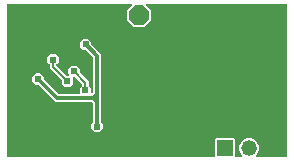
<source format=gbr>
G04 EAGLE Gerber RS-274X export*
G75*
%MOMM*%
%FSLAX34Y34*%
%LPD*%
%AMOC8*
5,1,8,0,0,1.08239X$1,22.5*%
G01*
%ADD10R,1.320800X1.320800*%
%ADD11C,1.320800*%
%ADD12P,1.814519X8X112.500000*%
%ADD13C,0.609600*%
%ADD14C,0.203200*%
%ADD15C,0.304800*%

G36*
X234487Y5223D02*
X234487Y5223D01*
X234589Y5231D01*
X234617Y5243D01*
X234648Y5248D01*
X234740Y5292D01*
X234836Y5330D01*
X234859Y5350D01*
X234887Y5363D01*
X234962Y5433D01*
X235042Y5498D01*
X235059Y5524D01*
X235081Y5545D01*
X235132Y5634D01*
X235189Y5719D01*
X235195Y5743D01*
X235213Y5775D01*
X235271Y6035D01*
X235268Y6073D01*
X235273Y6096D01*
X235273Y20041D01*
X236315Y21083D01*
X250997Y21083D01*
X252039Y20041D01*
X252039Y6096D01*
X252054Y5994D01*
X252062Y5892D01*
X252074Y5864D01*
X252079Y5833D01*
X252123Y5741D01*
X252161Y5645D01*
X252181Y5622D01*
X252194Y5594D01*
X252264Y5519D01*
X252329Y5439D01*
X252355Y5422D01*
X252376Y5400D01*
X252465Y5349D01*
X252550Y5292D01*
X252574Y5286D01*
X252606Y5268D01*
X252866Y5210D01*
X252904Y5213D01*
X252927Y5208D01*
X257469Y5208D01*
X257520Y5215D01*
X257571Y5214D01*
X257651Y5235D01*
X257732Y5248D01*
X257778Y5270D01*
X257828Y5284D01*
X257897Y5328D01*
X257971Y5363D01*
X258009Y5398D01*
X258052Y5426D01*
X258105Y5489D01*
X258165Y5545D01*
X258191Y5589D01*
X258224Y5629D01*
X258257Y5704D01*
X258297Y5775D01*
X258308Y5826D01*
X258329Y5873D01*
X258337Y5955D01*
X258355Y6035D01*
X258351Y6086D01*
X258356Y6138D01*
X258340Y6218D01*
X258333Y6300D01*
X258314Y6348D01*
X258304Y6398D01*
X258276Y6442D01*
X258234Y6547D01*
X258121Y6686D01*
X258097Y6724D01*
X256869Y7952D01*
X255593Y11033D01*
X255593Y14367D01*
X256869Y17448D01*
X259228Y19807D01*
X262309Y21083D01*
X265643Y21083D01*
X268724Y19807D01*
X271083Y17448D01*
X272359Y14367D01*
X272359Y11033D01*
X271083Y7952D01*
X269855Y6724D01*
X269824Y6683D01*
X269787Y6647D01*
X269746Y6576D01*
X269697Y6510D01*
X269680Y6461D01*
X269655Y6417D01*
X269637Y6337D01*
X269610Y6259D01*
X269608Y6207D01*
X269597Y6157D01*
X269604Y6075D01*
X269601Y5993D01*
X269614Y5944D01*
X269619Y5892D01*
X269649Y5816D01*
X269671Y5737D01*
X269698Y5693D01*
X269718Y5645D01*
X269769Y5582D01*
X269813Y5513D01*
X269853Y5479D01*
X269885Y5439D01*
X269954Y5394D01*
X270016Y5341D01*
X270063Y5320D01*
X270106Y5292D01*
X270157Y5280D01*
X270260Y5236D01*
X270439Y5218D01*
X270483Y5208D01*
X295600Y5208D01*
X295702Y5223D01*
X295804Y5231D01*
X295832Y5243D01*
X295863Y5248D01*
X295955Y5292D01*
X296051Y5330D01*
X296074Y5350D01*
X296102Y5363D01*
X296177Y5433D01*
X296257Y5498D01*
X296274Y5524D01*
X296296Y5545D01*
X296347Y5634D01*
X296404Y5719D01*
X296410Y5743D01*
X296428Y5775D01*
X296486Y6035D01*
X296483Y6073D01*
X296488Y6096D01*
X296488Y134366D01*
X296473Y134468D01*
X296465Y134570D01*
X296453Y134598D01*
X296448Y134629D01*
X296404Y134721D01*
X296366Y134817D01*
X296346Y134840D01*
X296333Y134868D01*
X296263Y134943D01*
X296198Y135023D01*
X296172Y135040D01*
X296151Y135062D01*
X296062Y135113D01*
X295977Y135170D01*
X295953Y135176D01*
X295921Y135194D01*
X295661Y135252D01*
X295623Y135249D01*
X295600Y135254D01*
X177678Y135254D01*
X177627Y135247D01*
X177575Y135248D01*
X177496Y135227D01*
X177415Y135214D01*
X177368Y135192D01*
X177318Y135178D01*
X177249Y135134D01*
X177175Y135099D01*
X177138Y135064D01*
X177094Y135036D01*
X177041Y134973D01*
X176981Y134917D01*
X176956Y134873D01*
X176922Y134833D01*
X176890Y134758D01*
X176849Y134687D01*
X176838Y134636D01*
X176818Y134589D01*
X176809Y134507D01*
X176791Y134427D01*
X176796Y134376D01*
X176790Y134324D01*
X176806Y134244D01*
X176813Y134162D01*
X176832Y134114D01*
X176842Y134064D01*
X176870Y134020D01*
X176912Y133915D01*
X177025Y133776D01*
X177049Y133738D01*
X181103Y129685D01*
X181103Y121267D01*
X175151Y115315D01*
X166733Y115315D01*
X160781Y121267D01*
X160781Y129685D01*
X164835Y133738D01*
X164865Y133779D01*
X164903Y133815D01*
X164944Y133886D01*
X164992Y133952D01*
X165009Y134001D01*
X165035Y134045D01*
X165053Y134125D01*
X165080Y134203D01*
X165081Y134255D01*
X165093Y134305D01*
X165086Y134387D01*
X165089Y134469D01*
X165075Y134518D01*
X165071Y134570D01*
X165040Y134646D01*
X165019Y134725D01*
X164991Y134769D01*
X164972Y134817D01*
X164920Y134880D01*
X164876Y134949D01*
X164837Y134983D01*
X164804Y135023D01*
X164736Y135068D01*
X164674Y135121D01*
X164626Y135142D01*
X164583Y135170D01*
X164533Y135182D01*
X164429Y135226D01*
X164251Y135244D01*
X164206Y135254D01*
X60000Y135254D01*
X59898Y135239D01*
X59796Y135231D01*
X59768Y135219D01*
X59737Y135214D01*
X59645Y135170D01*
X59549Y135132D01*
X59526Y135112D01*
X59498Y135099D01*
X59423Y135029D01*
X59343Y134964D01*
X59326Y134938D01*
X59304Y134917D01*
X59253Y134828D01*
X59196Y134743D01*
X59190Y134719D01*
X59172Y134687D01*
X59114Y134427D01*
X59117Y134389D01*
X59112Y134366D01*
X59112Y6096D01*
X59127Y5994D01*
X59135Y5892D01*
X59147Y5864D01*
X59152Y5833D01*
X59196Y5741D01*
X59234Y5645D01*
X59254Y5622D01*
X59267Y5594D01*
X59337Y5519D01*
X59402Y5439D01*
X59428Y5422D01*
X59449Y5400D01*
X59538Y5349D01*
X59623Y5292D01*
X59647Y5286D01*
X59679Y5268D01*
X59939Y5210D01*
X59977Y5213D01*
X60000Y5208D01*
X234385Y5208D01*
X234487Y5223D01*
G37*
%LPC*%
G36*
X133383Y26161D02*
X133383Y26161D01*
X130555Y28989D01*
X130555Y32987D01*
X131819Y34251D01*
X131832Y34268D01*
X131848Y34281D01*
X131910Y34375D01*
X131977Y34465D01*
X131984Y34485D01*
X131995Y34502D01*
X132005Y34547D01*
X132064Y34716D01*
X132068Y34829D01*
X132079Y34879D01*
X132079Y50334D01*
X132076Y50355D01*
X132078Y50376D01*
X132056Y50486D01*
X132039Y50597D01*
X132030Y50616D01*
X132026Y50636D01*
X132002Y50675D01*
X131924Y50836D01*
X131847Y50919D01*
X131819Y50962D01*
X131226Y51555D01*
X131209Y51568D01*
X131196Y51584D01*
X131102Y51646D01*
X131012Y51713D01*
X130992Y51720D01*
X130975Y51731D01*
X130930Y51741D01*
X130761Y51800D01*
X130648Y51804D01*
X130598Y51815D01*
X100232Y51815D01*
X85760Y66287D01*
X85743Y66300D01*
X85730Y66316D01*
X85636Y66378D01*
X85546Y66445D01*
X85526Y66452D01*
X85509Y66463D01*
X85464Y66473D01*
X85295Y66532D01*
X85182Y66536D01*
X85132Y66547D01*
X83345Y66547D01*
X80517Y69375D01*
X80517Y73373D01*
X83345Y76201D01*
X87343Y76201D01*
X90171Y73373D01*
X90171Y71586D01*
X90174Y71565D01*
X90172Y71544D01*
X90194Y71434D01*
X90211Y71323D01*
X90220Y71304D01*
X90224Y71284D01*
X90248Y71245D01*
X90326Y71084D01*
X90403Y71001D01*
X90431Y70958D01*
X102708Y58681D01*
X102725Y58668D01*
X102738Y58652D01*
X102832Y58590D01*
X102922Y58523D01*
X102942Y58516D01*
X102959Y58505D01*
X103004Y58495D01*
X103173Y58436D01*
X103286Y58432D01*
X103336Y58421D01*
X120061Y58421D01*
X120112Y58428D01*
X120163Y58427D01*
X120243Y58448D01*
X120324Y58461D01*
X120370Y58483D01*
X120420Y58497D01*
X120489Y58541D01*
X120563Y58576D01*
X120601Y58612D01*
X120644Y58639D01*
X120697Y58702D01*
X120757Y58758D01*
X120783Y58802D01*
X120816Y58842D01*
X120849Y58917D01*
X120889Y58988D01*
X120900Y59039D01*
X120921Y59086D01*
X120929Y59168D01*
X120947Y59248D01*
X120943Y59299D01*
X120948Y59351D01*
X120932Y59431D01*
X120925Y59513D01*
X120906Y59561D01*
X120896Y59611D01*
X120868Y59655D01*
X120826Y59760D01*
X120713Y59899D01*
X120689Y59937D01*
X120649Y59977D01*
X120649Y63975D01*
X122421Y65747D01*
X122434Y65764D01*
X122450Y65777D01*
X122512Y65871D01*
X122579Y65961D01*
X122586Y65981D01*
X122597Y65998D01*
X122607Y66043D01*
X122666Y66212D01*
X122670Y66325D01*
X122681Y66375D01*
X122681Y66792D01*
X122678Y66813D01*
X122680Y66834D01*
X122658Y66944D01*
X122641Y67055D01*
X122632Y67074D01*
X122628Y67095D01*
X122604Y67133D01*
X122526Y67295D01*
X122449Y67377D01*
X122421Y67421D01*
X116955Y72887D01*
X116938Y72900D01*
X116924Y72916D01*
X116831Y72978D01*
X116741Y73045D01*
X116721Y73052D01*
X116703Y73063D01*
X116659Y73073D01*
X116490Y73132D01*
X116377Y73136D01*
X116326Y73147D01*
X115401Y73147D01*
X115350Y73140D01*
X115299Y73141D01*
X115219Y73120D01*
X115138Y73107D01*
X115092Y73085D01*
X115042Y73071D01*
X114973Y73027D01*
X114899Y72992D01*
X114861Y72956D01*
X114818Y72929D01*
X114765Y72866D01*
X114705Y72810D01*
X114679Y72765D01*
X114646Y72726D01*
X114613Y72651D01*
X114573Y72580D01*
X114562Y72529D01*
X114541Y72482D01*
X114533Y72400D01*
X114515Y72320D01*
X114519Y72269D01*
X114514Y72217D01*
X114530Y72137D01*
X114537Y72055D01*
X114556Y72007D01*
X114566Y71957D01*
X114594Y71913D01*
X114636Y71808D01*
X114749Y71669D01*
X114773Y71631D01*
X115063Y71341D01*
X115063Y67343D01*
X112235Y64515D01*
X108237Y64515D01*
X105409Y67343D01*
X105409Y69848D01*
X105406Y69869D01*
X105408Y69890D01*
X105386Y70000D01*
X105369Y70111D01*
X105360Y70130D01*
X105356Y70151D01*
X105332Y70189D01*
X105254Y70351D01*
X105177Y70433D01*
X105149Y70477D01*
X95249Y80376D01*
X95249Y83271D01*
X95246Y83291D01*
X95248Y83312D01*
X95226Y83423D01*
X95209Y83534D01*
X95200Y83552D01*
X95196Y83573D01*
X95172Y83612D01*
X95094Y83773D01*
X95017Y83855D01*
X94989Y83899D01*
X93217Y85671D01*
X93217Y89669D01*
X96045Y92497D01*
X100043Y92497D01*
X102871Y89669D01*
X102871Y85671D01*
X101099Y83899D01*
X101086Y83882D01*
X101070Y83869D01*
X101008Y83775D01*
X100941Y83685D01*
X100934Y83665D01*
X100923Y83648D01*
X100913Y83603D01*
X100854Y83434D01*
X100850Y83321D01*
X100839Y83271D01*
X100839Y83060D01*
X100842Y83039D01*
X100840Y83018D01*
X100862Y82908D01*
X100879Y82797D01*
X100888Y82778D01*
X100892Y82757D01*
X100916Y82719D01*
X100994Y82557D01*
X101071Y82475D01*
X101099Y82431D01*
X109101Y74429D01*
X109118Y74416D01*
X109132Y74400D01*
X109225Y74338D01*
X109315Y74271D01*
X109335Y74264D01*
X109353Y74253D01*
X109397Y74243D01*
X109566Y74184D01*
X109679Y74180D01*
X109730Y74169D01*
X110655Y74169D01*
X110706Y74176D01*
X110757Y74175D01*
X110837Y74196D01*
X110918Y74209D01*
X110964Y74231D01*
X111014Y74245D01*
X111083Y74289D01*
X111157Y74324D01*
X111195Y74360D01*
X111238Y74387D01*
X111291Y74450D01*
X111351Y74506D01*
X111377Y74551D01*
X111410Y74590D01*
X111443Y74665D01*
X111483Y74736D01*
X111494Y74787D01*
X111515Y74834D01*
X111523Y74916D01*
X111541Y74996D01*
X111537Y75047D01*
X111542Y75099D01*
X111526Y75179D01*
X111519Y75261D01*
X111500Y75309D01*
X111490Y75359D01*
X111462Y75403D01*
X111420Y75508D01*
X111307Y75647D01*
X111283Y75685D01*
X110993Y75975D01*
X110993Y79973D01*
X113821Y82801D01*
X117819Y82801D01*
X120647Y79973D01*
X120647Y77468D01*
X120650Y77447D01*
X120648Y77426D01*
X120670Y77316D01*
X120687Y77205D01*
X120696Y77186D01*
X120700Y77165D01*
X120724Y77127D01*
X120802Y76965D01*
X120879Y76883D01*
X120907Y76839D01*
X128271Y69476D01*
X128271Y66375D01*
X128274Y66355D01*
X128272Y66334D01*
X128294Y66223D01*
X128311Y66112D01*
X128320Y66094D01*
X128324Y66073D01*
X128348Y66034D01*
X128426Y65873D01*
X128503Y65791D01*
X128531Y65747D01*
X130303Y63975D01*
X130303Y59902D01*
X130312Y59842D01*
X130311Y59780D01*
X130332Y59711D01*
X130343Y59639D01*
X130369Y59584D01*
X130386Y59526D01*
X130427Y59465D01*
X130458Y59400D01*
X130500Y59355D01*
X130534Y59304D01*
X130590Y59259D01*
X130640Y59205D01*
X130693Y59175D01*
X130740Y59137D01*
X130807Y59110D01*
X130870Y59074D01*
X130930Y59060D01*
X130987Y59037D01*
X131059Y59032D01*
X131130Y59016D01*
X131191Y59021D01*
X131252Y59016D01*
X131323Y59031D01*
X131395Y59037D01*
X131451Y59060D01*
X131511Y59073D01*
X131574Y59109D01*
X131642Y59136D01*
X131689Y59175D01*
X131742Y59205D01*
X131772Y59243D01*
X131848Y59304D01*
X131965Y59479D01*
X131985Y59505D01*
X131989Y59516D01*
X131995Y59525D01*
X132003Y59557D01*
X132067Y59758D01*
X132069Y59855D01*
X132079Y59902D01*
X132079Y89450D01*
X132076Y89471D01*
X132078Y89492D01*
X132056Y89602D01*
X132039Y89713D01*
X132030Y89732D01*
X132026Y89752D01*
X132002Y89791D01*
X131924Y89952D01*
X131847Y90035D01*
X131819Y90078D01*
X126146Y95751D01*
X126129Y95764D01*
X126116Y95780D01*
X126022Y95842D01*
X125932Y95909D01*
X125912Y95916D01*
X125895Y95927D01*
X125850Y95937D01*
X125681Y95996D01*
X125568Y96000D01*
X125518Y96011D01*
X123731Y96011D01*
X120903Y98839D01*
X120903Y102837D01*
X123731Y105665D01*
X127729Y105665D01*
X130557Y102837D01*
X130557Y101050D01*
X130560Y101029D01*
X130558Y101008D01*
X130580Y100898D01*
X130597Y100787D01*
X130606Y100768D01*
X130610Y100748D01*
X130634Y100709D01*
X130712Y100548D01*
X130789Y100465D01*
X130817Y100422D01*
X138685Y92554D01*
X138685Y34879D01*
X138688Y34859D01*
X138686Y34838D01*
X138708Y34727D01*
X138725Y34616D01*
X138734Y34598D01*
X138738Y34577D01*
X138762Y34538D01*
X138840Y34377D01*
X138917Y34295D01*
X138945Y34251D01*
X140209Y32987D01*
X140209Y28989D01*
X137381Y26161D01*
X133383Y26161D01*
G37*
%LPD*%
D10*
X243656Y12700D03*
D11*
X263976Y12700D03*
D12*
X170942Y125476D03*
D13*
X206756Y96012D03*
X207010Y84074D03*
X95250Y72644D03*
X144018Y101092D03*
X134620Y124460D03*
X107188Y123952D03*
X162814Y12446D03*
X188214Y122936D03*
X185420Y34290D03*
X110236Y69342D03*
D14*
X98044Y81534D01*
X98044Y87670D01*
D13*
X98044Y87670D03*
X125476Y61976D03*
D14*
X125476Y68318D01*
X115820Y77974D01*
D13*
X115820Y77974D03*
X135382Y30988D03*
D15*
X135382Y52070D01*
X135382Y58166D01*
X135382Y91186D01*
X125730Y100838D01*
D13*
X125730Y100838D03*
X85344Y71374D03*
D15*
X101600Y55118D01*
X132334Y55118D02*
X135382Y58166D01*
X132334Y55118D02*
X101600Y55118D01*
X132334Y55118D02*
X135382Y52070D01*
M02*

</source>
